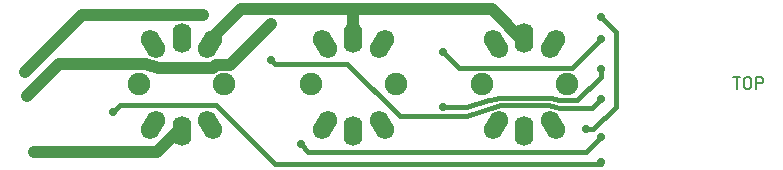
<source format=gbr>
%TF.GenerationSoftware,KiCad,Pcbnew,8.0.5*%
%TF.CreationDate,2024-10-25T13:02:38+02:00*%
%TF.ProjectId,ALIKEY03a,414c494b-4559-4303-9361-2e6b69636164,00*%
%TF.SameCoordinates,Original*%
%TF.FileFunction,Copper,L1,Top*%
%TF.FilePolarity,Positive*%
%FSLAX46Y46*%
G04 Gerber Fmt 4.6, Leading zero omitted, Abs format (unit mm)*
G04 Created by KiCad (PCBNEW 8.0.5) date 2024-10-25 13:02:38*
%MOMM*%
%LPD*%
G01*
G04 APERTURE LIST*
G04 Aperture macros list*
%AMHorizOval*
0 Thick line with rounded ends*
0 $1 width*
0 $2 $3 position (X,Y) of the first rounded end (center of the circle)*
0 $4 $5 position (X,Y) of the second rounded end (center of the circle)*
0 Add line between two ends*
20,1,$1,$2,$3,$4,$5,0*
0 Add two circle primitives to create the rounded ends*
1,1,$1,$2,$3*
1,1,$1,$4,$5*%
G04 Aperture macros list end*
%ADD10C,0.150000*%
%TA.AperFunction,NonConductor*%
%ADD11C,0.150000*%
%TD*%
%TA.AperFunction,ComponentPad*%
%ADD12HorizOval,1.587500X0.238125X0.412445X-0.238125X-0.412445X0*%
%TD*%
%TA.AperFunction,ComponentPad*%
%ADD13HorizOval,1.587500X-0.238125X0.412445X0.238125X-0.412445X0*%
%TD*%
%TA.AperFunction,ComponentPad*%
%ADD14C,1.905000*%
%TD*%
%TA.AperFunction,ComponentPad*%
%ADD15O,1.587500X2.540000*%
%TD*%
%TA.AperFunction,ViaPad*%
%ADD16C,0.711200*%
%TD*%
%TA.AperFunction,Conductor*%
%ADD17C,0.406400*%
%TD*%
%TA.AperFunction,Conductor*%
%ADD18C,1.016000*%
%TD*%
G04 APERTURE END LIST*
D10*
D11*
X136683722Y-67636619D02*
X137255150Y-67636619D01*
X136969436Y-68636619D02*
X136969436Y-67636619D01*
X137778960Y-67636619D02*
X137969436Y-67636619D01*
X137969436Y-67636619D02*
X138064674Y-67684238D01*
X138064674Y-67684238D02*
X138159912Y-67779476D01*
X138159912Y-67779476D02*
X138207531Y-67969952D01*
X138207531Y-67969952D02*
X138207531Y-68303285D01*
X138207531Y-68303285D02*
X138159912Y-68493761D01*
X138159912Y-68493761D02*
X138064674Y-68589000D01*
X138064674Y-68589000D02*
X137969436Y-68636619D01*
X137969436Y-68636619D02*
X137778960Y-68636619D01*
X137778960Y-68636619D02*
X137683722Y-68589000D01*
X137683722Y-68589000D02*
X137588484Y-68493761D01*
X137588484Y-68493761D02*
X137540865Y-68303285D01*
X137540865Y-68303285D02*
X137540865Y-67969952D01*
X137540865Y-67969952D02*
X137588484Y-67779476D01*
X137588484Y-67779476D02*
X137683722Y-67684238D01*
X137683722Y-67684238D02*
X137778960Y-67636619D01*
X138636103Y-68636619D02*
X138636103Y-67636619D01*
X138636103Y-67636619D02*
X139017055Y-67636619D01*
X139017055Y-67636619D02*
X139112293Y-67684238D01*
X139112293Y-67684238D02*
X139159912Y-67731857D01*
X139159912Y-67731857D02*
X139207531Y-67827095D01*
X139207531Y-67827095D02*
X139207531Y-67969952D01*
X139207531Y-67969952D02*
X139159912Y-68065190D01*
X139159912Y-68065190D02*
X139112293Y-68112809D01*
X139112293Y-68112809D02*
X139017055Y-68160428D01*
X139017055Y-68160428D02*
X138636103Y-68160428D01*
D12*
%TO.P,K1,1,1*%
%TO.N,GND_Bar*%
X92398550Y-64816837D03*
D13*
%TO.P,K1,2,2*%
X92398550Y-71716763D03*
%TO.P,K1,3,3*%
%TO.N,Net-(K1-Pad3)*%
X87581050Y-64816837D03*
D12*
%TO.P,K1,4,4*%
X87581050Y-71716763D03*
D14*
%TO.P,K1,A1,A1*%
%TO.N,Net-(K1-PadA1)*%
X86389800Y-68266800D03*
%TO.P,K1,A2,A2*%
%TO.N,Net-(K1-PadA2)*%
X93589800Y-68266800D03*
D15*
%TO.P,K1,C1,C1*%
%TO.N,GND_Bar*%
X89989800Y-64349300D03*
%TO.P,K1,C2,C2*%
X89989800Y-72184300D03*
%TD*%
D12*
%TO.P,K2,1,1*%
%TO.N,GND_Bar*%
X106898550Y-64816837D03*
D13*
%TO.P,K2,2,2*%
X106898550Y-71716763D03*
%TO.P,K2,3,3*%
%TO.N,Net-(K2-Pad3)*%
X102081050Y-64816837D03*
D12*
%TO.P,K2,4,4*%
X102081050Y-71716763D03*
D14*
%TO.P,K2,A1,A1*%
%TO.N,Net-(K2-PadA1)*%
X100889800Y-68266800D03*
%TO.P,K2,A2,A2*%
%TO.N,Net-(K2-PadA2)*%
X108089800Y-68266800D03*
D15*
%TO.P,K2,C1,C1*%
%TO.N,GND_Bar*%
X104489800Y-64349300D03*
%TO.P,K2,C2,C2*%
X104489800Y-72184300D03*
%TD*%
D12*
%TO.P,K3,1,1*%
%TO.N,GND_Bar*%
X121398550Y-64816837D03*
D13*
%TO.P,K3,2,2*%
X121398550Y-71716763D03*
%TO.P,K3,3,3*%
%TO.N,Net-(K3-Pad3)*%
X116581050Y-64816837D03*
D12*
%TO.P,K3,4,4*%
X116581050Y-71716763D03*
D14*
%TO.P,K3,A1,A1*%
%TO.N,Net-(K3-PadA1)*%
X115389800Y-68266800D03*
%TO.P,K3,A2,A2*%
%TO.N,Net-(K3-PadA2)*%
X122589800Y-68266800D03*
D15*
%TO.P,K3,C1,C1*%
%TO.N,GND_Bar*%
X118989800Y-64349300D03*
%TO.P,K3,C2,C2*%
X118989800Y-72184300D03*
%TD*%
D16*
%TO.N,Net-(D1-1-Pad1)*%
X125444800Y-74811200D03*
X84169800Y-70626800D03*
%TO.N,Net-(D1-2-Pad1)*%
X125450123Y-72707168D03*
X100044800Y-73346800D03*
%TO.N,Net-(D2-1-Pad1)*%
X97504800Y-66181800D03*
X125444800Y-69536800D03*
%TO.N,Net-(D2-2-Pad1)*%
X112109800Y-70171800D03*
X125444800Y-66996800D03*
%TO.N,Net-(D3-1-Pad1)*%
X112109800Y-65546800D03*
X125444800Y-64456800D03*
%TO.N,Net-(D3-2-Pad1)*%
X125444800Y-62551800D03*
X124174800Y-72076800D03*
%TO.N,GND_Bar*%
X77438792Y-73981792D03*
%TO.N,Net-(P2-Pad1)*%
X76676785Y-67250800D03*
X91789800Y-62368100D03*
%TO.N,Net-(P3-Pad1)*%
X97504800Y-63186800D03*
X76867307Y-69219293D03*
%TD*%
D17*
%TO.N,Net-(D1-1-Pad1)*%
X84780202Y-70016398D02*
X92904398Y-70016398D01*
X92904398Y-70016398D02*
X97851600Y-74963600D01*
X84169800Y-70626800D02*
X84780202Y-70016398D01*
X97851600Y-74963600D02*
X125444800Y-74963600D01*
X125444800Y-74963600D02*
X125444800Y-74811200D01*
%TO.N,Net-(D1-2-Pad1)*%
X100679800Y-73981800D02*
X124174800Y-73981800D01*
X124174800Y-73981800D02*
X125449432Y-72707168D01*
X125449432Y-72707168D02*
X125450123Y-72707168D01*
X100044800Y-73346800D02*
X100679800Y-73981800D01*
%TO.N,Net-(D2-1-Pad1)*%
X97840202Y-66517202D02*
X104010202Y-66517202D01*
X97504800Y-66181800D02*
X97840202Y-66517202D01*
X124707874Y-70273726D02*
X125444800Y-69536800D01*
X108426800Y-70933800D02*
X114014800Y-70933800D01*
X116171781Y-70235300D02*
X116988733Y-70016398D01*
X104010202Y-66517202D02*
X108426800Y-70933800D01*
X121658213Y-70195213D02*
X121951227Y-70273726D01*
X114649800Y-70806800D02*
X116171781Y-70235300D01*
X120999800Y-70016398D02*
X121658213Y-70195213D01*
X121951227Y-70273726D02*
X124707874Y-70273726D01*
X114014800Y-70933800D02*
X114649800Y-70806800D01*
X116988733Y-70016398D02*
X120999800Y-70016398D01*
%TO.N,Net-(D2-2-Pad1)*%
X115952675Y-69625700D02*
X116554800Y-69469846D01*
X123450900Y-69625700D02*
X125444800Y-67631800D01*
X116554800Y-69469846D02*
X116736228Y-69406798D01*
X112109800Y-70171800D02*
X114014800Y-70171800D01*
X125444800Y-67631800D02*
X125444800Y-66996800D01*
X121253800Y-69406798D02*
X121950804Y-69625700D01*
X121950804Y-69625700D02*
X123450900Y-69625700D01*
X116736228Y-69406798D02*
X121253800Y-69406798D01*
X114014800Y-70171800D02*
X115952675Y-69625700D01*
%TO.N,Net-(D3-1-Pad1)*%
X125444800Y-64456800D02*
X122993700Y-66907900D01*
X113470900Y-66907900D02*
X112109800Y-65546800D01*
X122993700Y-66907900D02*
X113470900Y-66907900D01*
%TO.N,Net-(D3-2-Pad1)*%
X124809800Y-72076800D02*
X126714800Y-70171800D01*
X126714800Y-70171800D02*
X126714800Y-63821800D01*
X126714800Y-63821800D02*
X125444800Y-62551800D01*
X124174800Y-72076800D02*
X124809800Y-72076800D01*
D18*
%TO.N,GND_Bar*%
X104489800Y-61916800D02*
X104489800Y-64666800D01*
X92239800Y-64641800D02*
X94964800Y-61916800D01*
X87874792Y-73981808D02*
X77438808Y-73981808D01*
X94964800Y-61916800D02*
X104489800Y-61916800D01*
X89989800Y-71866800D02*
X87874792Y-73981808D01*
X116239800Y-61916800D02*
X118989800Y-64666800D01*
X77438808Y-73981808D02*
X77438792Y-73981792D01*
X104489800Y-61916800D02*
X116239800Y-61916800D01*
%TO.N,Net-(P2-Pad1)*%
X76676785Y-67250800D02*
X81559485Y-62368100D01*
X81559485Y-62368100D02*
X91789800Y-62368100D01*
%TO.N,Net-(P3-Pad1)*%
X94088500Y-66603100D02*
X92900672Y-66603100D01*
X97504800Y-63186800D02*
X94088500Y-66603100D01*
X86827535Y-66521611D02*
X79564989Y-66521611D01*
X92900672Y-66603100D02*
X92659480Y-66844292D01*
X88031794Y-66844292D02*
X86827535Y-66521611D01*
X79564989Y-66521611D02*
X76867307Y-69219293D01*
X92659480Y-66844292D02*
X88031794Y-66844292D01*
%TD*%
M02*

</source>
